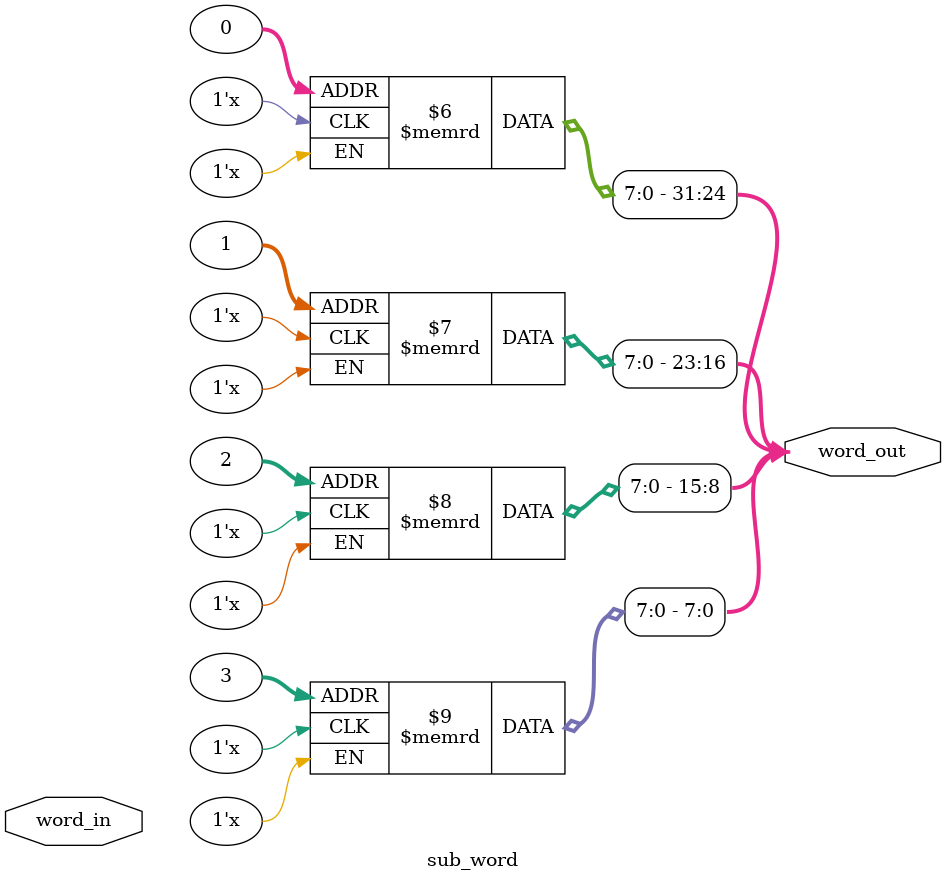
<source format=sv>
module sub_word #(
    parameter regSize = 32               // Size of each word (32 bits)
) (
    input logic [regSize-1:0] word_in,   // Input: 32-bit word
    output logic [regSize-1:0] word_out   // Output: 32-bit word after substitution
);
    logic [7:0] sbox_outputs[0:3]; // Array to hold outputs from S-Box for each byte

    // Instantiate the S-Box
    s_box sbox_inst0 (
        .addr(word_in[31:24]), // MSB byte
        .data(sbox_outputs[0])  // Output for MSB
    );
    s_box sbox_inst1 (
        .addr(word_in[23:16]), // Byte 1
        .data(sbox_outputs[1])  // Output for Byte 1
    );
    s_box sbox_inst2 (
        .addr(word_in[15:8]),  // Byte 2
        .data(sbox_outputs[2])  // Output for Byte 2
    );
    s_box sbox_inst3 (
        .addr(word_in[7:0]),   // LSB byte
        .data(sbox_outputs[3])  // Output for LSB
    );

    // Assign the outputs to the word_out
    always_comb begin
        word_out[31:24] = sbox_outputs[0];
        word_out[23:16] = sbox_outputs[1];
        word_out[15:8]  = sbox_outputs[2];
        word_out[7:0]   = sbox_outputs[3];
    end
endmodule
</source>
